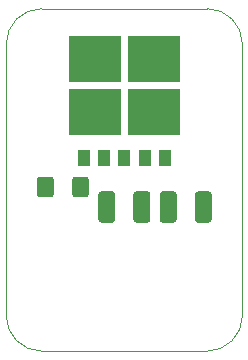
<source format=gbr>
G04 #@! TF.GenerationSoftware,KiCad,Pcbnew,5.1.6-c6e7f7d~86~ubuntu20.04.1*
G04 #@! TF.CreationDate,2020-05-17T01:00:28+03:00*
G04 #@! TF.ProjectId,EV-BA33Dxx,45562d42-4133-4334-9478-782e6b696361,v1.0*
G04 #@! TF.SameCoordinates,Original*
G04 #@! TF.FileFunction,Paste,Top*
G04 #@! TF.FilePolarity,Positive*
%FSLAX46Y46*%
G04 Gerber Fmt 4.6, Leading zero omitted, Abs format (unit mm)*
G04 Created by KiCad (PCBNEW 5.1.6-c6e7f7d~86~ubuntu20.04.1) date 2020-05-17 01:00:28*
%MOMM*%
%LPD*%
G01*
G04 APERTURE LIST*
G04 #@! TA.AperFunction,Profile*
%ADD10C,0.050000*%
G04 #@! TD*
%ADD11R,1.070000X1.370000*%
%ADD12R,4.500000X4.000000*%
G04 APERTURE END LIST*
D10*
X53000000Y-79000000D02*
G75*
G02*
X50000000Y-76000000I0J3000000D01*
G01*
X50000000Y-53000000D02*
G75*
G02*
X53000000Y-50000000I3000000J0D01*
G01*
X67000000Y-50000000D02*
G75*
G02*
X70000000Y-53000000I0J-3000000D01*
G01*
X70000000Y-76000000D02*
G75*
G02*
X67000000Y-79000000I-3000000J0D01*
G01*
X50000000Y-76000000D02*
X50000000Y-53000000D01*
X67000000Y-79000000D02*
X53000000Y-79000000D01*
X70000000Y-53000000D02*
X70000000Y-76000000D01*
X53000000Y-50000000D02*
X67000000Y-50000000D01*
D11*
X56560000Y-62670000D03*
X58280000Y-62670000D03*
X60000000Y-62670000D03*
D12*
X62500000Y-58795000D03*
X57500000Y-54295000D03*
X57500000Y-58795000D03*
X62500000Y-54295000D03*
D11*
X61720000Y-62670000D03*
X63440000Y-62670000D03*
G36*
G01*
X59225000Y-65725000D02*
X59225000Y-67875000D01*
G75*
G02*
X58975000Y-68125000I-250000J0D01*
G01*
X58050000Y-68125000D01*
G75*
G02*
X57800000Y-67875000I0J250000D01*
G01*
X57800000Y-65725000D01*
G75*
G02*
X58050000Y-65475000I250000J0D01*
G01*
X58975000Y-65475000D01*
G75*
G02*
X59225000Y-65725000I0J-250000D01*
G01*
G37*
G36*
G01*
X62200000Y-65725000D02*
X62200000Y-67875000D01*
G75*
G02*
X61950000Y-68125000I-250000J0D01*
G01*
X61025000Y-68125000D01*
G75*
G02*
X60775000Y-67875000I0J250000D01*
G01*
X60775000Y-65725000D01*
G75*
G02*
X61025000Y-65475000I250000J0D01*
G01*
X61950000Y-65475000D01*
G75*
G02*
X62200000Y-65725000I0J-250000D01*
G01*
G37*
G36*
G01*
X65975000Y-67875000D02*
X65975000Y-65725000D01*
G75*
G02*
X66225000Y-65475000I250000J0D01*
G01*
X67150000Y-65475000D01*
G75*
G02*
X67400000Y-65725000I0J-250000D01*
G01*
X67400000Y-67875000D01*
G75*
G02*
X67150000Y-68125000I-250000J0D01*
G01*
X66225000Y-68125000D01*
G75*
G02*
X65975000Y-67875000I0J250000D01*
G01*
G37*
G36*
G01*
X63000000Y-67875000D02*
X63000000Y-65725000D01*
G75*
G02*
X63250000Y-65475000I250000J0D01*
G01*
X64175000Y-65475000D01*
G75*
G02*
X64425000Y-65725000I0J-250000D01*
G01*
X64425000Y-67875000D01*
G75*
G02*
X64175000Y-68125000I-250000J0D01*
G01*
X63250000Y-68125000D01*
G75*
G02*
X63000000Y-67875000I0J250000D01*
G01*
G37*
G36*
G01*
X54025000Y-64475000D02*
X54025000Y-65725000D01*
G75*
G02*
X53775000Y-65975000I-250000J0D01*
G01*
X52850000Y-65975000D01*
G75*
G02*
X52600000Y-65725000I0J250000D01*
G01*
X52600000Y-64475000D01*
G75*
G02*
X52850000Y-64225000I250000J0D01*
G01*
X53775000Y-64225000D01*
G75*
G02*
X54025000Y-64475000I0J-250000D01*
G01*
G37*
G36*
G01*
X57000000Y-64475000D02*
X57000000Y-65725000D01*
G75*
G02*
X56750000Y-65975000I-250000J0D01*
G01*
X55825000Y-65975000D01*
G75*
G02*
X55575000Y-65725000I0J250000D01*
G01*
X55575000Y-64475000D01*
G75*
G02*
X55825000Y-64225000I250000J0D01*
G01*
X56750000Y-64225000D01*
G75*
G02*
X57000000Y-64475000I0J-250000D01*
G01*
G37*
M02*

</source>
